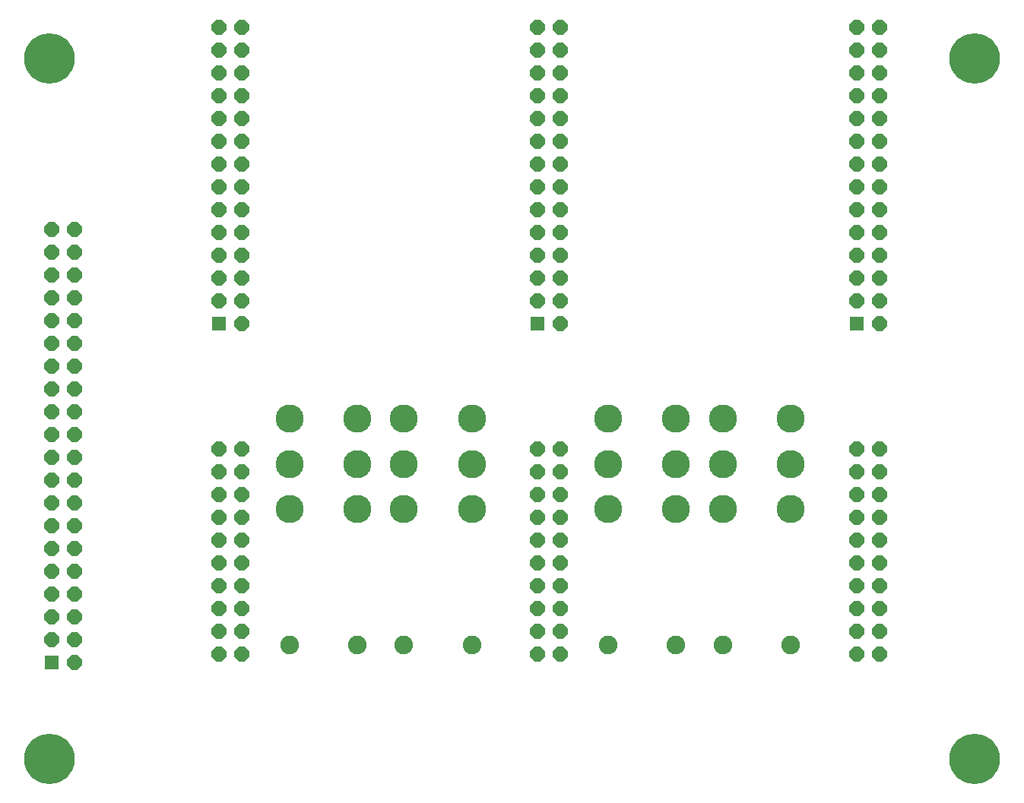
<source format=gbs>
G75*
%MOIN*%
%OFA0B0*%
%FSLAX25Y25*%
%IPPOS*%
%LPD*%
%AMOC8*
5,1,8,0,0,1.08239X$1,22.5*
%
%ADD10C,0.12311*%
%ADD11C,0.08177*%
%ADD12OC8,0.06406*%
%ADD13R,0.06406X0.06406*%
%ADD14C,0.22154*%
D10*
X0172752Y0145902D03*
X0172752Y0165744D03*
X0172752Y0185587D03*
X0202516Y0185587D03*
X0222949Y0185587D03*
X0222949Y0165744D03*
X0202516Y0165744D03*
X0202516Y0145902D03*
X0222949Y0145902D03*
X0252713Y0145902D03*
X0252713Y0165744D03*
X0252713Y0185587D03*
X0312516Y0185587D03*
X0312516Y0165744D03*
X0312516Y0145902D03*
X0342280Y0145902D03*
X0362713Y0145902D03*
X0362713Y0165744D03*
X0342280Y0165744D03*
X0342280Y0185587D03*
X0362713Y0185587D03*
X0392476Y0185587D03*
X0392476Y0165744D03*
X0392476Y0145902D03*
D11*
X0392476Y0086374D03*
X0362713Y0086374D03*
X0342280Y0086374D03*
X0312516Y0086374D03*
X0252713Y0086374D03*
X0222949Y0086374D03*
X0202516Y0086374D03*
X0172752Y0086374D03*
D12*
X0151807Y0082319D03*
X0141807Y0082319D03*
X0141807Y0092319D03*
X0141807Y0102319D03*
X0151807Y0102319D03*
X0151807Y0092319D03*
X0151807Y0112319D03*
X0151807Y0122319D03*
X0141807Y0122319D03*
X0141807Y0112319D03*
X0141807Y0132319D03*
X0141807Y0142319D03*
X0151807Y0142319D03*
X0151807Y0132319D03*
X0151807Y0152319D03*
X0151807Y0162319D03*
X0141807Y0162319D03*
X0141807Y0152319D03*
X0141807Y0172319D03*
X0151807Y0172319D03*
X0151807Y0227516D03*
X0151807Y0237516D03*
X0141807Y0237516D03*
X0141807Y0247516D03*
X0141807Y0257516D03*
X0151807Y0257516D03*
X0151807Y0247516D03*
X0151807Y0267516D03*
X0151807Y0277516D03*
X0141807Y0277516D03*
X0141807Y0267516D03*
X0141807Y0287516D03*
X0141807Y0297516D03*
X0151807Y0297516D03*
X0151807Y0287516D03*
X0151807Y0307516D03*
X0151807Y0317516D03*
X0141807Y0317516D03*
X0141807Y0307516D03*
X0141807Y0327516D03*
X0141807Y0337516D03*
X0151807Y0337516D03*
X0151807Y0327516D03*
X0151807Y0347516D03*
X0151807Y0357516D03*
X0141807Y0357516D03*
X0141807Y0347516D03*
X0078343Y0268776D03*
X0078343Y0258776D03*
X0068343Y0258776D03*
X0068343Y0268776D03*
X0068343Y0248776D03*
X0078343Y0248776D03*
X0078343Y0238776D03*
X0068343Y0238776D03*
X0068343Y0228776D03*
X0078343Y0228776D03*
X0078343Y0218776D03*
X0068343Y0218776D03*
X0068343Y0208776D03*
X0078343Y0208776D03*
X0078343Y0198776D03*
X0068343Y0198776D03*
X0068343Y0188776D03*
X0078343Y0188776D03*
X0078343Y0178776D03*
X0078343Y0168776D03*
X0068343Y0168776D03*
X0068343Y0178776D03*
X0068343Y0158776D03*
X0078343Y0158776D03*
X0078343Y0148776D03*
X0068343Y0148776D03*
X0068343Y0138776D03*
X0078343Y0138776D03*
X0078343Y0128776D03*
X0068343Y0128776D03*
X0068343Y0118776D03*
X0078343Y0118776D03*
X0078343Y0108776D03*
X0068343Y0108776D03*
X0068343Y0098776D03*
X0078343Y0098776D03*
X0078343Y0088776D03*
X0068343Y0088776D03*
X0078343Y0078776D03*
X0281571Y0082319D03*
X0291571Y0082319D03*
X0291571Y0092319D03*
X0291571Y0102319D03*
X0281571Y0102319D03*
X0281571Y0092319D03*
X0281571Y0112319D03*
X0291571Y0112319D03*
X0291571Y0122319D03*
X0281571Y0122319D03*
X0281571Y0132319D03*
X0291571Y0132319D03*
X0291571Y0142319D03*
X0281571Y0142319D03*
X0281571Y0152319D03*
X0291571Y0152319D03*
X0291571Y0162319D03*
X0281571Y0162319D03*
X0281571Y0172319D03*
X0291571Y0172319D03*
X0291571Y0227516D03*
X0291571Y0237516D03*
X0281571Y0237516D03*
X0281571Y0247516D03*
X0281571Y0257516D03*
X0291571Y0257516D03*
X0291571Y0247516D03*
X0291571Y0267516D03*
X0291571Y0277516D03*
X0281571Y0277516D03*
X0281571Y0267516D03*
X0281571Y0287516D03*
X0281571Y0297516D03*
X0291571Y0297516D03*
X0291571Y0287516D03*
X0291571Y0307516D03*
X0291571Y0317516D03*
X0281571Y0317516D03*
X0281571Y0307516D03*
X0281571Y0327516D03*
X0281571Y0337516D03*
X0291571Y0337516D03*
X0291571Y0327516D03*
X0291571Y0347516D03*
X0291571Y0357516D03*
X0281571Y0357516D03*
X0281571Y0347516D03*
X0421335Y0347516D03*
X0431335Y0347516D03*
X0431335Y0357516D03*
X0421335Y0357516D03*
X0421335Y0337516D03*
X0431335Y0337516D03*
X0431335Y0327516D03*
X0421335Y0327516D03*
X0421335Y0317516D03*
X0431335Y0317516D03*
X0431335Y0307516D03*
X0421335Y0307516D03*
X0421335Y0297516D03*
X0431335Y0297516D03*
X0431335Y0287516D03*
X0421335Y0287516D03*
X0421335Y0277516D03*
X0431335Y0277516D03*
X0431335Y0267516D03*
X0421335Y0267516D03*
X0421335Y0257516D03*
X0431335Y0257516D03*
X0431335Y0247516D03*
X0421335Y0247516D03*
X0421335Y0237516D03*
X0431335Y0237516D03*
X0431335Y0227516D03*
X0431335Y0172319D03*
X0421335Y0172319D03*
X0421335Y0162319D03*
X0431335Y0162319D03*
X0431335Y0152319D03*
X0421335Y0152319D03*
X0421335Y0142319D03*
X0431335Y0142319D03*
X0431335Y0132319D03*
X0421335Y0132319D03*
X0421335Y0122319D03*
X0431335Y0122319D03*
X0431335Y0112319D03*
X0421335Y0112319D03*
X0421335Y0102319D03*
X0431335Y0102319D03*
X0431335Y0092319D03*
X0421335Y0092319D03*
X0421335Y0082319D03*
X0431335Y0082319D03*
D13*
X0421335Y0227516D03*
X0281571Y0227516D03*
X0141807Y0227516D03*
X0068343Y0078776D03*
D14*
X0067555Y0036492D03*
X0067555Y0343579D03*
X0473067Y0343579D03*
X0473067Y0036492D03*
M02*

</source>
